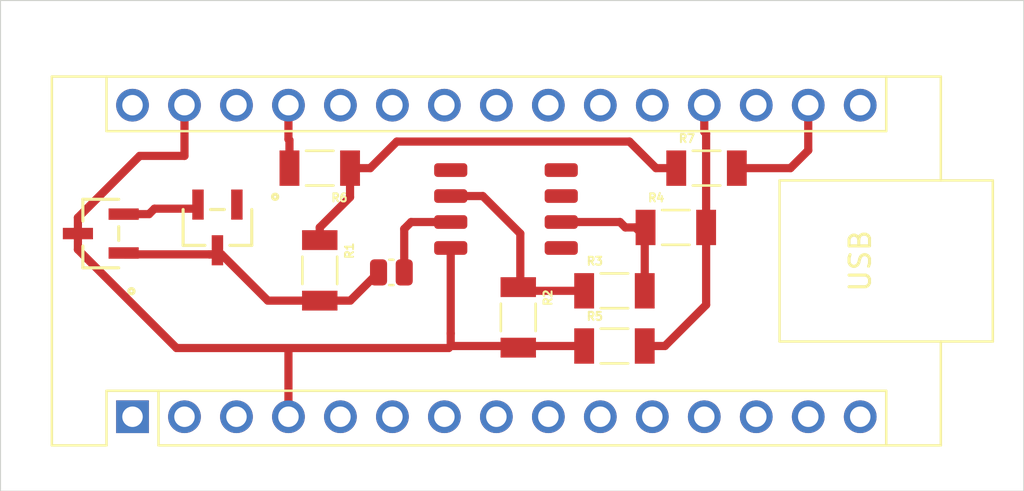
<source format=kicad_pcb>
(kicad_pcb (version 20240108) (generator "pcbnew") (generator_version "8.0")
  (layers (0 "F.Cu" signal) (31 "B.Cu" signal) (34 "B.Paste" user) (35 "F.Paste" user) (36 "B.SilkS" user "B.Silkscreen") (37 "F.SilkS" user "F.Silkscreen") (38 "B.Mask" user) (39 "F.Mask" user) (44 "Edge.Cuts" user))
  (net 0 "")
  (net 1 "Net-(Q1-C)")
  (net 3 "Net-(Q1-B)")
  (net 21 "Net-(A1-3V3)")
  (net 27 "Net-(A1-A0)")
  (net 28 "Net-(U2-+)")
  (net 29 "Net-(U2--)")
  (net 33 "Net-(Q3-C)")
  (net 34 "Net-(A1-+5V)")
  (net 35 "Net-(R3-Pad2)")
  (net 40 "Net-(R1-Pad1)")
  (footprint "Capacitor_SMD:C_0504_1310Metric_Pad0.83x1.28mm_HandSolder" (layer "F.Cu") (at 45.1 62.8)
    (property "Reference" "C104" (hide yes))
    (property "Value" ".1uF")
    (fp_line (start -0.101969 -0.62) (end 0.101969 -0.62) (stroke (width 0.12)) (layer "F.SilkS"))
    (fp_line (start -0.101969 0.62) (end 0.101969 0.62) (stroke (width 0.12)) (layer "F.SilkS"))
    (pad "1" smd roundrect (at -0.6275 0) (size 0.835 1.28) (layers "F.Cu" "F.Paste" "F.Mask") (net 1 "Net-(Q1-C)"))
    (pad "2" smd roundrect (at 0.6275 0) (size 0.835 1.28) (layers "F.Cu" "F.Paste" "F.Mask") (net 28 "Net-(U2-+)"))
  )
  (footprint "1206:RESC3116X65N" (layer "F.Cu") (at 56 63.7)
    (property "Reference" "R3" (at -0.96 -1.45 0) (layer "F.SilkS") (effects (font (size 0.393701 0.393701))))
    (property "Value" "R")
    (fp_line (start -0.67 -0.85) (end 0.67 -0.85) (stroke (width 0.127)) (layer "F.SilkS"))
    (fp_line (start -0.67 0.85) (end 0.67 0.85) (stroke (width 0.127)) (layer "F.SilkS"))
    (pad "1" smd rect (at -1.48 0) (size 0.97 1.73) (layers "F.Cu" "F.Paste" "F.Mask") (net 29 "Net-(U2--)"))
    (pad "2" smd rect (at 1.48 0) (size 0.97 1.73) (layers "F.Cu" "F.Paste" "F.Mask") (net 35 "Net-(R3-Pad2)"))
  )
  (footprint "1206:RESC3116X65N" (layer "F.Cu") (at 41.6 57.7 180)
    (property "Reference" "R6" (at -0.96 -1.45 180) (layer "F.SilkS") (effects (font (size 0.393701 0.393701))))
    (property "Value" "R")
    (fp_line (start -0.67 0.85) (end 0.67 0.85) (stroke (width 0.127)) (layer "F.SilkS"))
    (fp_line (start -0.67 -0.85) (end 0.67 -0.85) (stroke (width 0.127)) (layer "F.SilkS"))
    (pad "1" smd rect (at -1.48 0 180) (size 0.97 1.73) (layers "F.Cu" "F.Paste" "F.Mask") (net 40 "Net-(R1-Pad1)"))
    (pad "2" smd rect (at 1.48 0 180) (size 0.97 1.73) (layers "F.Cu" "F.Paste" "F.Mask") (net 34 "Net-(A1-+5V)"))
  )
  (footprint "1206:RESC3116X65N" (layer "F.Cu") (at 56 66.4)
    (property "Reference" "R5" (at -0.96 -1.45 0) (layer "F.SilkS") (effects (font (size 0.393701 0.393701))))
    (property "Value" "R")
    (fp_line (start -0.67 -0.85) (end 0.67 -0.85) (stroke (width 0.127)) (layer "F.SilkS"))
    (fp_line (start -0.67 0.85) (end 0.67 0.85) (stroke (width 0.127)) (layer "F.SilkS"))
    (pad "1" smd rect (at -1.48 0) (size 0.97 1.73) (layers "F.Cu" "F.Paste" "F.Mask") (net 33 "Net-(Q3-C)"))
    (pad "2" smd rect (at 1.48 0) (size 0.97 1.73) (layers "F.Cu" "F.Paste" "F.Mask") (net 27 "Net-(A1-A0)"))
  )
  (footprint "LM386:LM386_custom" (layer "F.Cu") (at 48 57.795)
    (property "Reference" "U2" (hide yes))
    (property "Value" "LM741" (hide yes))
    (pad "1" smd roundrect (at 0 0) (size 1.62 0.67) (layers "F.Cu" "F.Paste" "F.Mask"))
    (pad "2" smd roundrect (at 0 1.27) (size 1.62 0.67) (layers "F.Cu" "F.Paste" "F.Mask") (net 29 "Net-(U2--)"))
    (pad "3" smd roundrect (at 0 2.54) (size 1.62 0.67) (layers "F.Cu" "F.Paste" "F.Mask" "Eco2.User") (net 28 "Net-(U2-+)"))
    (pad "4" smd roundrect (at 0 3.81) (size 1.62 0.67) (layers "F.Cu" "F.Paste" "F.Mask") (net 33 "Net-(Q3-C)"))
    (pad "5" smd roundrect (at 5.4 3.81) (size 1.62 0.67) (layers "F.Cu" "F.Paste" "F.Mask"))
    (pad "6" smd roundrect (at 5.4 2.54) (size 1.62 0.67) (layers "F.Cu" "F.Paste" "F.Mask") (net 35 "Net-(R3-Pad2)"))
    (pad "7" smd roundrect (at 5.4 1.27) (size 1.62 0.67) (layers "F.Cu" "F.Paste" "F.Mask"))
    (pad "8" smd roundrect (at 5.4 0) (size 1.62 0.67) (layers "F.Cu" "F.Paste" "F.Mask"))
  )
  (footprint "1206:RESC3116X65N" (layer "F.Cu") (at 60.5 57.7)
    (property "Reference" "R7" (at -0.96 -1.45 0) (layer "F.SilkS") (effects (font (size 0.393701 0.393701))))
    (property "Value" "R")
    (fp_line (start -0.67 -0.85) (end 0.67 -0.85) (stroke (width 0.127)) (layer "F.SilkS"))
    (fp_line (start -0.67 0.85) (end 0.67 0.85) (stroke (width 0.127)) (layer "F.SilkS"))
    (pad "1" smd rect (at -1.48 0) (size 0.97 1.73) (layers "F.Cu" "F.Paste" "F.Mask") (net 40 "Net-(R1-Pad1)"))
    (pad "2" smd rect (at 1.48 0) (size 0.97 1.73) (layers "F.Cu" "F.Paste" "F.Mask") (net 21 "Net-(A1-3V3)"))
  )
  (footprint "1206:RESC3116X65N" (layer "F.Cu") (at 51.3 65 -90)
    (property "Reference" "R2" (at -0.96 -1.45 90) (layer "F.SilkS") (effects (font (size 0.393701 0.393701))))
    (property "Value" "R")
    (fp_line (start -0.67 0.85) (end 0.67 0.85) (stroke (width 0.127)) (layer "F.SilkS"))
    (fp_line (start -0.67 -0.85) (end 0.67 -0.85) (stroke (width 0.127)) (layer "F.SilkS"))
    (pad "1" smd rect (at -1.48 0 270) (size 0.97 1.73) (layers "F.Cu" "F.Paste" "F.Mask") (net 29 "Net-(U2--)"))
    (pad "2" smd rect (at 1.48 0 270) (size 0.97 1.73) (layers "F.Cu" "F.Paste" "F.Mask") (net 33 "Net-(Q3-C)"))
  )
  (footprint "1206:RESC3116X65N" (layer "F.Cu") (at 41.6 62.7 -90)
    (property "Reference" "R1" (at -0.96 -1.45 90) (layer "F.SilkS") (effects (font (size 0.393701 0.393701))))
    (property "Value" "3k3")
    (fp_line (start -0.67 0.85) (end 0.67 0.85) (stroke (width 0.127)) (layer "F.SilkS"))
    (fp_line (start -0.67 -0.85) (end 0.67 -0.85) (stroke (width 0.127)) (layer "F.SilkS"))
    (pad "1" smd rect (at -1.48 0 270) (size 0.97 1.73) (layers "F.Cu" "F.Paste" "F.Mask") (net 40 "Net-(R1-Pad1)"))
    (pad "2" smd rect (at 1.48 0 270) (size 0.97 1.73) (layers "F.Cu" "F.Paste" "F.Mask") (net 1 "Net-(Q1-C)"))
  )
  (footprint "2SC3356:SOT-23_MINIMOLD_REN" (layer "F.Cu") (at 30.9 60.9 90)
    (property "Reference" "Q3" (hide yes))
    (property "Value" "2SC3356" (hide yes))
    (fp_line (start 1.6764 -0.8763) (end 0.61214 -0.8763) (stroke (width 0.1524)) (layer "F.SilkS"))
    (fp_line (start -0.61214 -0.8763) (end -1.6764 -0.8763) (stroke (width 0.1524)) (layer "F.SilkS"))
    (fp_line (start -1.6764 -0.8763) (end -1.6764 0.8763) (stroke (width 0.1524)) (layer "F.SilkS"))
    (fp_line (start 1.6764 0.8763) (end 1.6764 -0.8763) (stroke (width 0.1524)) (layer "F.SilkS"))
    (fp_line (start -0.337861 0.8763) (end 0.337861 0.8763) (stroke (width 0.1524)) (layer "F.SilkS"))
    (fp_circle (center -2.8194 1.4986) (end -2.6924 1.4986) (stroke (width 0.1524)) (fill none) (layer "F.SilkS"))
    (pad "1" smd rect (at -0.950001 1.1176 90) (size 0.5588 1.4732) (layers "F.Cu" "F.Paste" "F.Mask") (net 1 "Net-(Q1-C)"))
    (pad "2" smd rect (at 0.950001 1.1176 90) (size 0.5588 1.4732) (layers "F.Cu" "F.Paste" "F.Mask") (net 3 "Net-(Q1-B)"))
    (pad "3" smd rect (at 0 -1.1176 90) (size 0.5588 1.4732) (layers "F.Cu" "F.Paste" "F.Mask") (net 33 "Net-(Q3-C)"))
  )
  (footprint "Module:Arduino_Nano" (layer "F.Cu") (at 32.45 69.86 90)
    (property "Reference" "A1" (hide yes))
    (property "Value" "Arduino_Nano_Every" (hide yes))
    (fp_line (start 16.64 -3.94) (end -1.4 -3.94) (stroke (width 0.12)) (layer "F.SilkS"))
    (fp_line (start -1.4 -3.94) (end -1.4 -1.27) (stroke (width 0.12)) (layer "F.SilkS"))
    (fp_line (start 13.97 -1.27) (end 16.64 -1.27) (stroke (width 0.12)) (layer "F.SilkS"))
    (fp_line (start 13.97 -1.27) (end 13.97 36.83) (stroke (width 0.12)) (layer "F.SilkS"))
    (fp_line (start 1.27 -1.27) (end -1.4 -1.27) (stroke (width 0.12)) (layer "F.SilkS"))
    (fp_line (start 1.27 1.27) (end 1.27 -1.27) (stroke (width 0.12)) (layer "F.SilkS"))
    (fp_line (start 1.27 1.27) (end -1.4 1.27) (stroke (width 0.12)) (layer "F.SilkS"))
    (fp_line (start 1.27 1.27) (end 1.27 36.83) (stroke (width 0.12)) (layer "F.SilkS"))
    (fp_line (start -1.4 1.27) (end -1.4 39.5) (stroke (width 0.12)) (layer "F.SilkS"))
    (fp_line (start 11.56 31.62) (end 11.56 42.04) (stroke (width 0.12)) (layer "F.SilkS"))
    (fp_line (start 3.68 31.62) (end 11.56 31.62) (stroke (width 0.12)) (layer "F.SilkS"))
    (fp_line (start 13.97 36.83) (end 16.64 36.83) (stroke (width 0.12)) (layer "F.SilkS"))
    (fp_line (start 1.27 36.83) (end -1.4 36.83) (stroke (width 0.12)) (layer "F.SilkS"))
    (fp_line (start 16.64 39.5) (end 16.64 -3.94) (stroke (width 0.12)) (layer "F.SilkS"))
    (fp_line (start 16.64 39.5) (end 11.56 39.5) (stroke (width 0.12)) (layer "F.SilkS"))
    (fp_line (start -1.4 39.5) (end 3.68 39.5) (stroke (width 0.12)) (layer "F.SilkS"))
    (fp_line (start 11.56 42.04) (end 3.68 42.04) (stroke (width 0.12)) (layer "F.SilkS"))
    (fp_line (start 3.68 42.04) (end 3.68 31.62) (stroke (width 0.12)) (layer "F.SilkS"))
    (fp_text user "USB" (at 7.62 35.56 90) (layer "F.SilkS"))
    (pad "1" thru_hole rect (at 0 0 90) (size 1.6 1.6) (drill 1) (layers "*.Cu" "*.Mask"))
    (pad "2" thru_hole oval (at 0 2.54 90) (size 1.6 1.6) (drill 1) (layers "*.Cu" "*.Mask"))
    (pad "3" thru_hole oval (at 0 5.08 90) (size 1.6 1.6) (drill 1) (layers "*.Cu" "*.Mask"))
    (pad "4" thru_hole oval (at 0 7.62 90) (size 1.6 1.6) (drill 1) (layers "*.Cu" "*.Mask") (net 33 "Net-(Q3-C)"))
    (pad "5" thru_hole oval (at 0 10.16 90) (size 1.6 1.6) (drill 1) (layers "*.Cu" "*.Mask"))
    (pad "6" thru_hole oval (at 0 12.7 90) (size 1.6 1.6) (drill 1) (layers "*.Cu" "*.Mask"))
    (pad "7" thru_hole oval (at 0 15.24 90) (size 1.6 1.6) (drill 1) (layers "*.Cu" "*.Mask"))
    (pad "8" thru_hole oval (at 0 17.78 90) (size 1.6 1.6) (drill 1) (layers "*.Cu" "*.Mask"))
    (pad "9" thru_hole oval (at 0 20.32 90) (size 1.6 1.6) (drill 1) (layers "*.Cu" "*.Mask"))
    (pad "10" thru_hole oval (at 0 22.86 90) (size 1.6 1.6) (drill 1) (layers "*.Cu" "*.Mask"))
    (pad "11" thru_hole oval (at 0 25.4 90) (size 1.6 1.6) (drill 1) (layers "*.Cu" "*.Mask"))
    (pad "12" thru_hole oval (at 0 27.94 90) (size 1.6 1.6) (drill 1) (layers "*.Cu" "*.Mask"))
    (pad "13" thru_hole oval (at 0 30.48 90) (size 1.6 1.6) (drill 1) (layers "*.Cu" "*.Mask"))
    (pad "14" thru_hole oval (at 0 33.02 90) (size 1.6 1.6) (drill 1) (layers "*.Cu" "*.Mask"))
    (pad "15" thru_hole oval (at 0 35.56 90) (size 1.6 1.6) (drill 1) (layers "*.Cu" "*.Mask"))
    (pad "16" thru_hole oval (at 15.24 35.56 90) (size 1.6 1.6) (drill 1) (layers "*.Cu" "*.Mask"))
    (pad "17" thru_hole oval (at 15.24 33.02 90) (size 1.6 1.6) (drill 1) (layers "*.Cu" "*.Mask") (net 21 "Net-(A1-3V3)"))
    (pad "18" thru_hole oval (at 15.24 30.48 90) (size 1.6 1.6) (drill 1) (layers "*.Cu" "*.Mask"))
    (pad "19" thru_hole oval (at 15.24 27.94 90) (size 1.6 1.6) (drill 1) (layers "*.Cu" "*.Mask") (net 27 "Net-(A1-A0)"))
    (pad "20" thru_hole oval (at 15.24 25.4 90) (size 1.6 1.6) (drill 1) (layers "*.Cu" "*.Mask"))
    (pad "21" thru_hole oval (at 15.24 22.86 90) (size 1.6 1.6) (drill 1) (layers "*.Cu" "*.Mask"))
    (pad "22" thru_hole oval (at 15.24 20.32 90) (size 1.6 1.6) (drill 1) (layers "*.Cu" "*.Mask"))
    (pad "23" thru_hole oval (at 15.24 17.78 90) (size 1.6 1.6) (drill 1) (layers "*.Cu" "*.Mask"))
    (pad "24" thru_hole oval (at 15.24 15.24 90) (size 1.6 1.6) (drill 1) (layers "*.Cu" "*.Mask"))
    (pad "25" thru_hole oval (at 15.24 12.7 90) (size 1.6 1.6) (drill 1) (layers "*.Cu" "*.Mask"))
    (pad "26" thru_hole oval (at 15.24 10.16 90) (size 1.6 1.6) (drill 1) (layers "*.Cu" "*.Mask"))
    (pad "27" thru_hole oval (at 15.24 7.62 90) (size 1.6 1.6) (drill 1) (layers "*.Cu" "*.Mask") (net 34 "Net-(A1-+5V)"))
    (pad "28" thru_hole oval (at 15.24 5.08 90) (size 1.6 1.6) (drill 1) (layers "*.Cu" "*.Mask"))
    (pad "29" thru_hole oval (at 15.24 2.54 90) (size 1.6 1.6) (drill 1) (layers "*.Cu" "*.Mask") (net 33 "Net-(Q3-C)"))
    (pad "30" thru_hole oval (at 15.24 0 90) (size 1.6 1.6) (drill 1) (layers "*.Cu" "*.Mask"))
  )
  (footprint "2SC3356:SOT-23_MINIMOLD_REN" (layer "F.Cu") (at 36.6 60.6 180)
    (property "Reference" "Q1" (hide yes))
    (property "Value" "2SC3356" (hide yes))
    (fp_line (start 1.6764 0.8763) (end 1.6764 -0.8763) (stroke (width 0.1524)) (layer "F.SilkS"))
    (fp_line (start 1.6764 -0.8763) (end 0.61214 -0.8763) (stroke (width 0.1524)) (layer "F.SilkS"))
    (fp_line (start -0.337861 0.8763) (end 0.337861 0.8763) (stroke (width 0.1524)) (layer "F.SilkS"))
    (fp_line (start -0.61214 -0.8763) (end -1.6764 -0.8763) (stroke (width 0.1524)) (layer "F.SilkS"))
    (fp_line (start -1.6764 -0.8763) (end -1.6764 0.8763) (stroke (width 0.1524)) (layer "F.SilkS"))
    (fp_circle (center -2.8194 1.4986) (end -2.6924 1.4986) (stroke (width 0.1524)) (fill none) (layer "F.SilkS"))
    (pad "1" smd rect (at -0.950001 1.1176 180) (size 0.5588 1.4732) (layers "F.Cu" "F.Paste" "F.Mask"))
    (pad "2" smd rect (at 0.950001 1.1176 180) (size 0.5588 1.4732) (layers "F.Cu" "F.Paste" "F.Mask") (net 3 "Net-(Q1-B)"))
    (pad "3" smd rect (at 0 -1.1176 180) (size 0.5588 1.4732) (layers "F.Cu" "F.Paste" "F.Mask") (net 1 "Net-(Q1-C)"))
  )
  (footprint "1206:RESC3116X65N" (layer "F.Cu") (at 59 60.6)
    (property "Reference" "R4" (at -0.96 -1.45 0) (layer "F.SilkS") (effects (font (size 0.393701 0.393701))))
    (property "Value" "R")
    (fp_line (start -0.67 -0.85) (end 0.67 -0.85) (stroke (width 0.127)) (layer "F.SilkS"))
    (fp_line (start -0.67 0.85) (end 0.67 0.85) (stroke (width 0.127)) (layer "F.SilkS"))
    (pad "1" smd rect (at -1.48 0) (size 0.97 1.73) (layers "F.Cu" "F.Paste" "F.Mask") (net 35 "Net-(R3-Pad2)"))
    (pad "2" smd rect (at 1.48 0) (size 0.97 1.73) (layers "F.Cu" "F.Paste" "F.Mask") (net 27 "Net-(A1-A0)"))
  )
  (gr_rect (start 26 49.5) (end 76 73.5) (stroke (width 0.05)) (fill none) (layer "Edge.Cuts"))
  (segment (start 39.0624 64.18) (end 36.8 61.9176) (width 0.4) (layer "F.Cu") (net 1))
  (segment (start 41.6 64.18) (end 39.0624 64.18) (width 0.4) (layer "F.Cu") (net 1))
  (segment (start 43.0925 64.18) (end 44.4725 62.8) (width 0.4) (layer "F.Cu") (net 1))
  (segment (start 41.6 64.18) (end 43.0925 64.18) (width 0.4) (layer "F.Cu") (net 1))
  (segment (start 32.0852 61.9176) (end 32.0176 61.85) (width 0.4) (layer "F.Cu") (net 1))
  (segment (start 36.8 61.9176) (end 36.2095 61.9176) (width 0.4) (layer "F.Cu") (net 1))
  (segment (start 36.2095 61.9176) (end 32.0852 61.9176) (width 0.4) (layer "F.Cu") (net 1))
  (segment (start 36.6 61.9176) (end 36.2095 61.9176) (width 0.4) (layer "F.Cu") (net 1))
  (segment (start 35.65 59.6824) (end 33.5235 59.6824) (width 0.4) (layer "F.Cu") (net 3))
  (segment (start 32.0176 59.95) (end 33.2559 59.95) (width 0.4) (layer "F.Cu") (net 3))
  (segment (start 33.5235 59.6824) (end 33.2559 59.95) (width 0.4) (layer "F.Cu") (net 3))
  (segment (start 61.98 57.7) (end 64.6 57.7) (width 0.4) (layer "F.Cu") (net 21))
  (segment (start 65.47 56.83) (end 65.47 54.62) (width 0.4) (layer "F.Cu") (net 21))
  (segment (start 64.6 57.7) (end 65.47 56.83) (width 0.4) (layer "F.Cu") (net 21))
  (segment (start 60.39 55.9217) (end 60.48 56.0117) (width 0.4) (layer "F.Cu") (net 27))
  (segment (start 60.48 64.3867) (end 58.4667 66.4) (width 0.4) (layer "F.Cu") (net 27))
  (segment (start 60.48 60.6) (end 60.48 64.3867) (width 0.4) (layer "F.Cu") (net 27))
  (segment (start 60.39 54.62) (end 60.39 55.9217) (width 0.4) (layer "F.Cu") (net 27))
  (segment (start 57.48 66.4) (end 58.4667 66.4) (width 0.4) (layer "F.Cu") (net 27))
  (segment (start 60.48 56.0117) (end 60.48 60.6) (width 0.4) (layer "F.Cu") (net 27))
  (segment (start 48 60.335) (end 46.065 60.335) (width 0.4) (layer "F.Cu") (net 28))
  (segment (start 45.7275 60.6725) (end 45.7275 62.8) (width 0.4) (layer "F.Cu") (net 28))
  (segment (start 46.065 60.335) (end 45.7275 60.6725) (width 0.4) (layer "F.Cu") (net 28))
  (segment (start 51.4 60.9) (end 51.4 63.52) (width 0.4) (layer "F.Cu") (net 29))
  (segment (start 49.565 59.065) (end 51.4 60.9) (width 0.4) (layer "F.Cu") (net 29))
  (segment (start 51.4 63.52) (end 51.58 63.7) (width 0.4) (layer "F.Cu") (net 29))
  (segment (start 51.58 63.7) (end 54.52 63.7) (width 0.4) (layer "F.Cu") (net 29))
  (segment (start 48 59.065) (end 49.565 59.065) (width 0.4) (layer "F.Cu") (net 29))
  (segment (start 29.7824 61.6811) (end 29.7824 60.9) (width 0.4) (layer "F.Cu") (net 33))
  (segment (start 48 65.7866) (end 48 61.605) (width 0.4) (layer "F.Cu") (net 33))
  (segment (start 34.6013 66.5) (end 29.7824 61.6811) (width 0.4) (layer "F.Cu") (net 33))
  (segment (start 29.7824 60.1189) (end 32.8013 57.1) (width 0.4) (layer "F.Cu") (net 33))
  (segment (start 48 66.4) (end 47.9 66.5) (width 0.4) (layer "F.Cu") (net 33))
  (segment (start 32.8013 57.1) (end 34.99 57.1) (width 0.4) (layer "F.Cu") (net 33))
  (segment (start 40.07 69.86) (end 40.07 66.7) (width 0.4) (layer "F.Cu") (net 33))
  (segment (start 29.7824 60.9) (end 29.7824 60.1189) (width 0.4) (layer "F.Cu") (net 33))
  (segment (start 34.99 57.1) (end 34.99 54.62) (width 0.4) (layer "F.Cu") (net 33))
  (segment (start 48 65.7866) (end 48 66.4) (width 0.4) (layer "F.Cu") (net 33))
  (segment (start 47.9 66.5) (end 34.6013 66.5) (width 0.4) (layer "F.Cu") (net 33))
  (segment (start 48 66.4) (end 54.52 66.4) (width 0.4) (layer "F.Cu") (net 33))
  (segment (start 40.12 56.3333) (end 40.07 56.2833) (width 0.4) (layer "F.Cu") (net 34))
  (segment (start 40.12 57.7) (end 40.12 56.3333) (width 0.4) (layer "F.Cu") (net 34))
  (segment (start 40.07 56.2833) (end 40.07 54.62) (width 0.4) (layer "F.Cu") (net 34))
  (segment (start 57.0267 60.6) (end 57.48 61.0533) (width 0.4) (layer "F.Cu") (net 35))
  (segment (start 57.52 60.6) (end 57.0267 60.6) (width 0.4) (layer "F.Cu") (net 35))
  (segment (start 53.4 60.335) (end 56.2683 60.335) (width 0.4) (layer "F.Cu") (net 35))
  (segment (start 57.48 61.0533) (end 57.48 63.7) (width 0.4) (layer "F.Cu") (net 35))
  (segment (start 56.2683 60.335) (end 56.5333 60.6) (width 0.4) (layer "F.Cu") (net 35))
  (segment (start 57.0267 60.6) (end 56.5333 60.6) (width 0.4) (layer "F.Cu") (net 35))
  (segment (start 43.08 59.12) (end 41.6 60.6) (width 0.4) (layer "F.Cu") (net 40))
  (segment (start 59.02 57.7) (end 58.0333 57.7) (width 0.4) (layer "F.Cu") (net 40))
  (segment (start 41.6 60.6) (end 41.6 61.22) (width 0.4) (layer "F.Cu") (net 40))
  (segment (start 43.08 57.7) (end 43.08 59.12) (width 0.4) (layer "F.Cu") (net 40))
  (segment (start 44.0667 57.7) (end 43.08 57.7) (width 0.4) (layer "F.Cu") (net 40))
  (segment (start 45.3667 56.4) (end 44.0667 57.7) (width 0.4) (layer "F.Cu") (net 40))
  (segment (start 58.0333 57.7) (end 56.7333 56.4) (width 0.4) (layer "F.Cu") (net 40))
  (segment (start 56.7333 56.4) (end 45.3667 56.4) (width 0.4) (layer "F.Cu") (net 40))
)
</source>
